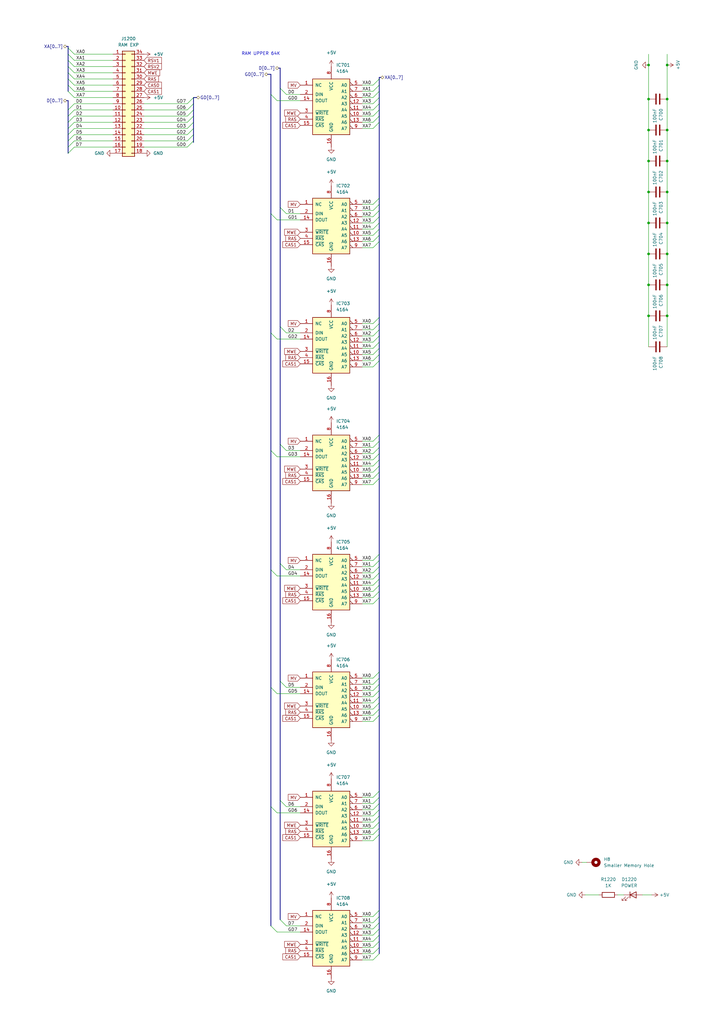
<source format=kicad_sch>
(kicad_sch (version 20211123) (generator eeschema)
  (paper "A3" portrait)
  (lib_symbols
    (symbol "4164_1" (pin_names (offset 1.016))
      (property "Reference" "U" (at -7.62 11.43 0))
      (property "Value" "4164_1" (at -5.08 -13.97 0))
      (symbol "4164_1_1_0"
        (pin bidirectional line (at -12.7 7.62 0) (length 5.08) (name "NC") (number "1"))
        (pin input output_low (at 12.7 -5.08 180) (length 5.08) (name "A5") (number "10"))
        (pin input output_low (at 12.7 -2.54 180) (length 5.08) (name "A4") (number "11"))
        (pin input output_low (at 12.7 0 180) (length 5.08) (name "A3") (number "12"))
        (pin input output_low (at 12.7 -7.62 180) (length 5.08) (name "A6") (number "13"))
        (pin output line (at -12.7 1.27 0) (length 5.08) (name "DOUT") (number "14"))
        (pin input line (at -12.7 -8.89 0) (length 5.08) (name "~{CAS}") (number "15"))
        (pin power_in line (at 0 -17.78 90) (length 5.08) (name "GND") (number "16"))
        (pin input line (at -12.7 3.81 0) (length 5.08) (name "DIN") (number "2"))
        (pin input line (at -12.7 -3.81 0) (length 5.08) (name "~{WRITE}") (number "3"))
        (pin input line (at -12.7 -6.35 0) (length 5.08) (name "~{RAS}") (number "4"))
        (pin input output_low (at 12.7 7.62 180) (length 5.08) (name "A0") (number "5"))
        (pin input output_low (at 12.7 2.54 180) (length 5.08) (name "A2") (number "6"))
        (pin input output_low (at 12.7 5.08 180) (length 5.08) (name "A1") (number "7"))
        (pin power_in line (at 0 15.24 270) (length 5.08) (name "VCC") (number "8"))
        (pin input output_low (at 12.7 -10.16 180) (length 5.08) (name "A7") (number "9"))
      )
    )
    (symbol "4164_2" (pin_names (offset 1.016))
      (property "Reference" "U" (at -7.62 11.43 0))
      (property "Value" "4164_2" (at -5.08 -13.97 0))
      (symbol "4164_2_1_0"
        (pin bidirectional line (at -12.7 7.62 0) (length 5.08) (name "NC") (number "1"))
        (pin input output_low (at 12.7 -5.08 180) (length 5.08) (name "A5") (number "10"))
        (pin input output_low (at 12.7 -2.54 180) (length 5.08) (name "A4") (number "11"))
        (pin input output_low (at 12.7 0 180) (length 5.08) (name "A3") (number "12"))
        (pin input output_low (at 12.7 -7.62 180) (length 5.08) (name "A6") (number "13"))
        (pin output line (at -12.7 1.27 0) (length 5.08) (name "DOUT") (number "14"))
        (pin input line (at -12.7 -8.89 0) (length 5.08) (name "~{CAS}") (number "15"))
        (pin power_in line (at 0 -17.78 90) (length 5.08) (name "GND") (number "16"))
        (pin input line (at -12.7 3.81 0) (length 5.08) (name "DIN") (number "2"))
        (pin input line (at -12.7 -3.81 0) (length 5.08) (name "~{WRITE}") (number "3"))
        (pin input line (at -12.7 -6.35 0) (length 5.08) (name "~{RAS}") (number "4"))
        (pin input output_low (at 12.7 7.62 180) (length 5.08) (name "A0") (number "5"))
        (pin input output_low (at 12.7 2.54 180) (length 5.08) (name "A2") (number "6"))
        (pin input output_low (at 12.7 5.08 180) (length 5.08) (name "A1") (number "7"))
        (pin power_in line (at 0 15.24 270) (length 5.08) (name "VCC") (number "8"))
        (pin input output_low (at 12.7 -10.16 180) (length 5.08) (name "A7") (number "9"))
      )
    )
    (symbol "4164_3" (pin_names (offset 1.016))
      (property "Reference" "U" (at -7.62 11.43 0))
      (property "Value" "4164_3" (at -5.08 -13.97 0))
      (symbol "4164_3_1_0"
        (pin bidirectional line (at -12.7 7.62 0) (length 5.08) (name "NC") (number "1"))
        (pin input output_low (at 12.7 -5.08 180) (length 5.08) (name "A5") (number "10"))
        (pin input output_low (at 12.7 -2.54 180) (length 5.08) (name "A4") (number "11"))
        (pin input output_low (at 12.7 0 180) (length 5.08) (name "A3") (number "12"))
        (pin input output_low (at 12.7 -7.62 180) (length 5.08) (name "A6") (number "13"))
        (pin output line (at -12.7 1.27 0) (length 5.08) (name "DOUT") (number "14"))
        (pin input line (at -12.7 -8.89 0) (length 5.08) (name "~{CAS}") (number "15"))
        (pin power_in line (at 0 -17.78 90) (length 5.08) (name "GND") (number "16"))
        (pin input line (at -12.7 3.81 0) (length 5.08) (name "DIN") (number "2"))
        (pin input line (at -12.7 -3.81 0) (length 5.08) (name "~{WRITE}") (number "3"))
        (pin input line (at -12.7 -6.35 0) (length 5.08) (name "~{RAS}") (number "4"))
        (pin input output_low (at 12.7 7.62 180) (length 5.08) (name "A0") (number "5"))
        (pin input output_low (at 12.7 2.54 180) (length 5.08) (name "A2") (number "6"))
        (pin input output_low (at 12.7 5.08 180) (length 5.08) (name "A1") (number "7"))
        (pin power_in line (at 0 15.24 270) (length 5.08) (name "VCC") (number "8"))
        (pin input output_low (at 12.7 -10.16 180) (length 5.08) (name "A7") (number "9"))
      )
    )
    (symbol "4164_4" (pin_names (offset 1.016))
      (property "Reference" "U" (at -7.62 11.43 0))
      (property "Value" "4164_4" (at -5.08 -13.97 0))
      (symbol "4164_4_1_0"
        (pin bidirectional line (at -12.7 7.62 0) (length 5.08) (name "NC") (number "1"))
        (pin input output_low (at 12.7 -5.08 180) (length 5.08) (name "A5") (number "10"))
        (pin input output_low (at 12.7 -2.54 180) (length 5.08) (name "A4") (number "11"))
        (pin input output_low (at 12.7 0 180) (length 5.08) (name "A3") (number "12"))
        (pin input output_low (at 12.7 -7.62 180) (length 5.08) (name "A6") (number "13"))
        (pin output line (at -12.7 1.27 0) (length 5.08) (name "DOUT") (number "14"))
        (pin input line (at -12.7 -8.89 0) (length 5.08) (name "~{CAS}") (number "15"))
        (pin power_in line (at 0 -17.78 90) (length 5.08) (name "GND") (number "16"))
        (pin input line (at -12.7 3.81 0) (length 5.08) (name "DIN") (number "2"))
        (pin input line (at -12.7 -3.81 0) (length 5.08) (name "~{WRITE}") (number "3"))
        (pin input line (at -12.7 -6.35 0) (length 5.08) (name "~{RAS}") (number "4"))
        (pin input output_low (at 12.7 7.62 180) (length 5.08) (name "A0") (number "5"))
        (pin input output_low (at 12.7 2.54 180) (length 5.08) (name "A2") (number "6"))
        (pin input output_low (at 12.7 5.08 180) (length 5.08) (name "A1") (number "7"))
        (pin power_in line (at 0 15.24 270) (length 5.08) (name "VCC") (number "8"))
        (pin input output_low (at 12.7 -10.16 180) (length 5.08) (name "A7") (number "9"))
      )
    )
    (symbol "4164_5" (pin_names (offset 1.016))
      (property "Reference" "U" (at -7.62 11.43 0))
      (property "Value" "4164_5" (at -5.08 -13.97 0))
      (symbol "4164_5_1_0"
        (pin bidirectional line (at -12.7 7.62 0) (length 5.08) (name "NC") (number "1"))
        (pin input output_low (at 12.7 -5.08 180) (length 5.08) (name "A5") (number "10"))
        (pin input output_low (at 12.7 -2.54 180) (length 5.08) (name "A4") (number "11"))
        (pin input output_low (at 12.7 0 180) (length 5.08) (name "A3") (number "12"))
        (pin input output_low (at 12.7 -7.62 180) (length 5.08) (name "A6") (number "13"))
        (pin output line (at -12.7 1.27 0) (length 5.08) (name "DOUT") (number "14"))
        (pin input line (at -12.7 -8.89 0) (length 5.08) (name "~{CAS}") (number "15"))
        (pin power_in line (at 0 -17.78 90) (length 5.08) (name "GND") (number "16"))
        (pin input line (at -12.7 3.81 0) (length 5.08) (name "DIN") (number "2"))
        (pin input line (at -12.7 -3.81 0) (length 5.08) (name "~{WRITE}") (number "3"))
        (pin input line (at -12.7 -6.35 0) (length 5.08) (name "~{RAS}") (number "4"))
        (pin input output_low (at 12.7 7.62 180) (length 5.08) (name "A0") (number "5"))
        (pin input output_low (at 12.7 2.54 180) (length 5.08) (name "A2") (number "6"))
        (pin input output_low (at 12.7 5.08 180) (length 5.08) (name "A1") (number "7"))
        (pin power_in line (at 0 15.24 270) (length 5.08) (name "VCC") (number "8"))
        (pin input output_low (at 12.7 -10.16 180) (length 5.08) (name "A7") (number "9"))
      )
    )
    (symbol "4164_6" (pin_names (offset 1.016))
      (property "Reference" "U" (at -7.62 11.43 0))
      (property "Value" "4164_6" (at -5.08 -13.97 0))
      (symbol "4164_6_1_0"
        (pin bidirectional line (at -12.7 7.62 0) (length 5.08) (name "NC") (number "1"))
        (pin input output_low (at 12.7 -5.08 180) (length 5.08) (name "A5") (number "10"))
        (pin input output_low (at 12.7 -2.54 180) (length 5.08) (name "A4") (number "11"))
        (pin input output_low (at 12.7 0 180) (length 5.08) (name "A3") (number "12"))
        (pin input output_low (at 12.7 -7.62 180) (length 5.08) (name "A6") (number "13"))
        (pin output line (at -12.7 1.27 0) (length 5.08) (name "DOUT") (number "14"))
        (pin input line (at -12.7 -8.89 0) (length 5.08) (name "~{CAS}") (number "15"))
        (pin power_in line (at 0 -17.78 90) (length 5.08) (name "GND") (number "16"))
        (pin input line (at -12.7 3.81 0) (length 5.08) (name "DIN") (number "2"))
        (pin input line (at -12.7 -3.81 0) (length 5.08) (name "~{WRITE}") (number "3"))
        (pin input line (at -12.7 -6.35 0) (length 5.08) (name "~{RAS}") (number "4"))
        (pin input output_low (at 12.7 7.62 180) (length 5.08) (name "A0") (number "5"))
        (pin input output_low (at 12.7 2.54 180) (length 5.08) (name "A2") (number "6"))
        (pin input output_low (at 12.7 5.08 180) (length 5.08) (name "A1") (number "7"))
        (pin power_in line (at 0 15.24 270) (length 5.08) (name "VCC") (number "8"))
        (pin input output_low (at 12.7 -10.16 180) (length 5.08) (name "A7") (number "9"))
      )
    )
    (symbol "4164_7" (pin_names (offset 1.016))
      (property "Reference" "U" (at -7.62 11.43 0))
      (property "Value" "4164_7" (at -5.08 -13.97 0))
      (symbol "4164_7_1_0"
        (pin bidirectional line (at -12.7 7.62 0) (length 5.08) (name "NC") (number "1"))
        (pin input output_low (at 12.7 -5.08 180) (length 5.08) (name "A5") (number "10"))
        (pin input output_low (at 12.7 -2.54 180) (length 5.08) (name "A4") (number "11"))
        (pin input output_low (at 12.7 0 180) (length 5.08) (name "A3") (number "12"))
        (pin input output_low (at 12.7 -7.62 180) (length 5.08) (name "A6") (number "13"))
        (pin output line (at -12.7 1.27 0) (length 5.08) (name "DOUT") (number "14"))
        (pin input line (at -12.7 -8.89 0) (length 5.08) (name "~{CAS}") (number "15"))
        (pin power_in line (at 0 -17.78 90) (length 5.08) (name "GND") (number "16"))
        (pin input line (at -12.7 3.81 0) (length 5.08) (name "DIN") (number "2"))
        (pin input line (at -12.7 -3.81 0) (length 5.08) (name "~{WRITE}") (number "3"))
        (pin input line (at -12.7 -6.35 0) (length 5.08) (name "~{RAS}") (number "4"))
        (pin input output_low (at 12.7 7.62 180) (length 5.08) (name "A0") (number "5"))
        (pin input output_low (at 12.7 2.54 180) (length 5.08) (name "A2") (number "6"))
        (pin input output_low (at 12.7 5.08 180) (length 5.08) (name "A1") (number "7"))
        (pin power_in line (at 0 15.24 270) (length 5.08) (name "VCC") (number "8"))
        (pin input output_low (at 12.7 -10.16 180) (length 5.08) (name "A7") (number "9"))
      )
    )
    (symbol "Amstrad:4164" (pin_names (offset 1.016))
      (property "Reference" "U" (at -7.62 11.43 0))
      (property "Value" "4164" (at -5.08 -13.97 0))
      (symbol "4164_1_0"
        (pin bidirectional line (at -12.7 7.62 0) (length 5.08) (name "NC") (number "1"))
        (pin input output_low (at 12.7 -5.08 180) (length 5.08) (name "A5") (number "10"))
        (pin input output_low (at 12.7 -2.54 180) (length 5.08) (name "A4") (number "11"))
        (pin input output_low (at 12.7 0 180) (length 5.08) (name "A3") (number "12"))
        (pin input output_low (at 12.7 -7.62 180) (length 5.08) (name "A6") (number "13"))
        (pin output line (at -12.7 1.27 0) (length 5.08) (name "DOUT") (number "14"))
        (pin input line (at -12.7 -8.89 0) (length 5.08) (name "~{CAS}") (number "15"))
        (pin power_in line (at 0 -17.78 90) (length 5.08) (name "GND") (number "16"))
        (pin input line (at -12.7 3.81 0) (length 5.08) (name "DIN") (number "2"))
        (pin input line (at -12.7 -3.81 0) (length 5.08) (name "~{WRITE}") (number "3"))
        (pin input line (at -12.7 -6.35 0) (length 5.08) (name "~{RAS}") (number "4"))
        (pin input output_low (at 12.7 7.62 180) (length 5.08) (name "A0") (number "5"))
        (pin input output_low (at 12.7 2.54 180) (length 5.08) (name "A2") (number "6"))
        (pin input output_low (at 12.7 5.08 180) (length 5.08) (name "A1") (number "7"))
        (pin power_in line (at 0 15.24 270) (length 5.08) (name "VCC") (number "8"))
        (pin input output_low (at 12.7 -10.16 180) (length 5.08) (name "A7") (number "9"))
      )
    )
    (symbol "Connector_Generic:Conn_02x17_Counter_Clockwise" (pin_names (offset 1.016) hide)
      (property "Reference" "J" (at 1.27 22.86 0))
      (property "Value" "Conn_02x17_Counter_Clockwise" (at 1.27 -22.86 0))
      (symbol "Conn_02x17_Counter_Clockwise_1_1"
        (pin passive line (at -5.08 20.32 0) (length 3.81) (name "Pin_1") (number "1"))
        (pin passive line (at -5.08 -2.54 0) (length 3.81) (name "Pin_10") (number "10"))
        (pin passive line (at -5.08 -5.08 0) (length 3.81) (name "Pin_11") (number "11"))
        (pin passive line (at -5.08 -7.62 0) (length 3.81) (name "Pin_12") (number "12"))
        (pin passive line (at -5.08 -10.16 0) (length 3.81) (name "Pin_13") (number "13"))
        (pin passive line (at -5.08 -12.7 0) (length 3.81) (name "Pin_14") (number "14"))
        (pin passive line (at -5.08 -15.24 0) (length 3.81) (name "Pin_15") (number "15"))
        (pin passive line (at -5.08 -17.78 0) (length 3.81) (name "Pin_16") (number "16"))
        (pin passive line (at -5.08 -20.32 0) (length 3.81) (name "Pin_17") (number "17"))
        (pin passive line (at 7.62 -20.32 180) (length 3.81) (name "Pin_18") (number "18"))
        (pin passive line (at 7.62 -17.78 180) (length 3.81) (name "Pin_19") (number "19"))
        (pin passive line (at -5.08 17.78 0) (length 3.81) (name "Pin_2") (number "2"))
        (pin passive line (at 7.62 -15.24 180) (length 3.81) (name "Pin_20") (number "20"))
        (pin passive line (at 7.62 -12.7 180) (length 3.81) (name "Pin_21") (number "21"))
        (pin passive line (at 7.62 -10.16 180) (length 3.81) (name "Pin_22") (number "22"))
        (pin passive line (at 7.62 -7.62 180) (length 3.81) (name "Pin_23") (number "23"))
        (pin passive line (at 7.62 -5.08 180) (length 3.81) (name "Pin_24") (number "24"))
        (pin passive line (at 7.62 -2.54 180) (length 3.81) (name "Pin_25") (number "25"))
        (pin passive line (at 7.62 0 180) (length 3.81) (name "Pin_26") (number "26"))
        (pin passive line (at 7.62 2.54 180) (length 3.81) (name "Pin_27") (number "27"))
        (pin passive line (at 7.62 5.08 180) (length 3.81) (name "Pin_28") (number "28"))
        (pin passive line (at 7.62 7.62 180) (length 3.81) (name "Pin_29") (number "29"))
        (pin passive line (at -5.08 15.24 0) (length 3.81) (name "Pin_3") (number "3"))
        (pin passive line (at 7.62 10.16 180) (length 3.81) (name "Pin_30") (number "30"))
        (pin passive line (at 7.62 12.7 180) (length 3.81) (name "Pin_31") (number "31"))
        (pin passive line (at 7.62 15.24 180) (length 3.81) (name "Pin_32") (number "32"))
        (pin passive line (at 7.62 17.78 180) (length 3.81) (name "Pin_33") (number "33"))
        (pin passive line (at 7.62 20.32 180) (length 3.81) (name "Pin_34") (number "34"))
        (pin passive line (at -5.08 12.7 0) (length 3.81) (name "Pin_4") (number "4"))
        (pin passive line (at -5.08 10.16 0) (length 3.81) (name "Pin_5") (number "5"))
        (pin passive line (at -5.08 7.62 0) (length 3.81) (name "Pin_6") (number "6"))
        (pin passive line (at -5.08 5.08 0) (length 3.81) (name "Pin_7") (number "7"))
        (pin passive line (at -5.08 2.54 0) (length 3.81) (name "Pin_8") (number "8"))
        (pin passive line (at -5.08 0 0) (length 3.81) (name "Pin_9") (number "9"))
      )
    )
    (symbol "Device:C" (pin_numbers hide) (pin_names (offset 0.254))
      (property "Reference" "C" (at 0.635 2.54 0))
      (property "Value" "C" (at 0.635 -2.54 0))
      (symbol "C_1_1"
        (pin passive line (at 0 3.81 270) (length 2.794) (name "~") (number "1"))
        (pin passive line (at 0 -3.81 90) (length 2.794) (name "~") (number "2"))
      )
    )
    (symbol "Device:LED" (pin_numbers hide) (pin_names (offset 1.016) hide)
      (property "Reference" "D" (at 0 2.54 0))
      (property "Value" "LED" (at 0 -2.54 0))
      (symbol "LED_1_1"
        (pin passive line (at -3.81 0 0) (length 2.54) (name "K") (number "1"))
        (pin passive line (at 3.81 0 180) (length 2.54) (name "A") (number "2"))
      )
    )
    (symbol "Device:R" (pin_numbers hide) (pin_names (offset 0))
      (property "Reference" "R" (at 2.032 0 90))
      (property "Value" "R" (at 0 0 90))
      (symbol "R_1_1"
        (pin passive line (at 0 3.81 270) (length 1.27) (name "~") (number "1"))
        (pin passive line (at 0 -3.81 90) (length 1.27) (name "~") (number "2"))
      )
    )
    (symbol "Mechanical:MountingHole_Pad" (pin_numbers hide) (pin_names (offset 1.016) hide)
      (property "Reference" "H" (at 0 6.35 0))
      (property "Value" "MountingHole_Pad" (at 0 4.445 0))
      (symbol "MountingHole_Pad_1_1"
        (pin input line (at 0 -2.54 90) (length 2.54) (name "1") (number "1"))
      )
    )
    (symbol "power:+5V" (power) (pin_names (offset 0))
      (property "Value" "+5V" (at 0 3.556 0))
      (symbol "+5V_1_1"
        (pin power_in line (at 0 0 90) (length 0) hide (name "+5V") (number "1"))
      )
    )
    (symbol "power:GND" (power) (pin_names (offset 0))
      (property "Value" "GND" (at 0 -3.81 0))
      (symbol "GND_1_1"
        (pin power_in line (at 0 0 270) (length 0) hide (name "GND") (number "1"))
      )
    )
  )
  (junction (at 266.065 116.84))
  (junction (at 266.065 53.34))
  (junction (at 266.065 91.44))
  (junction (at 273.685 40.64))
  (junction (at 266.065 129.54))
  (junction (at 266.065 78.74))
  (junction (at 273.685 129.54))
  (junction (at 273.685 26.67))
  (junction (at 266.065 26.67))
  (junction (at 266.065 40.64))
  (junction (at 266.065 66.04))
  (junction (at 273.685 91.44))
  (junction (at 273.685 116.84))
  (junction (at 273.685 66.04))
  (junction (at 266.065 104.14))
  (junction (at 273.685 78.74))
  (junction (at 273.685 104.14))
  (junction (at 273.685 53.34))
  (bus_entry (at 111.125 38.735) (size 2.54 2.54))
  (bus_entry (at 76.835 55.245) (size 2.54 -2.54))
  (bus_entry (at 153.035 86.36) (size 2.54 -2.54))
  (bus_entry (at 153.035 393.7) (size 2.54 -2.54))
  (bus_entry (at 30.48 22.225) (size -2.54 -2.54))
  (bus_entry (at 27.94 60.325) (size 2.54 -2.54))
  (bus_entry (at 111.125 379.73) (size 2.54 2.54))
  (bus_entry (at 27.94 55.245) (size 2.54 -2.54))
  (bus_entry (at 153.035 83.82) (size 2.54 -2.54))
  (bus_entry (at 153.035 337.185) (size 2.54 -2.54))
  (bus_entry (at 153.035 290.83) (size 2.54 -2.54))
  (bus_entry (at 30.48 40.005) (size -2.54 -2.54))
  (bus_entry (at 153.035 101.6) (size 2.54 -2.54))
  (bus_entry (at 30.48 29.845) (size -2.54 -2.54))
  (bus_entry (at 27.94 52.705) (size 2.54 -2.54))
  (bus_entry (at 30.48 37.465) (size -2.54 -2.54))
  (bus_entry (at 153.035 193.675) (size 2.54 -2.54))
  (bus_entry (at 153.035 386.08) (size 2.54 -2.54))
  (bus_entry (at 153.035 96.52) (size 2.54 -2.54))
  (bus_entry (at 114.935 231.14) (size 2.54 2.54))
  (bus_entry (at 111.125 233.68) (size 2.54 2.54))
  (bus_entry (at 153.035 142.875) (size 2.54 -2.54))
  (bus_entry (at 114.935 328.295) (size 2.54 2.54))
  (bus_entry (at 153.035 334.645) (size 2.54 -2.54))
  (bus_entry (at 153.035 50.165) (size 2.54 -2.54))
  (bus_entry (at 153.035 283.21) (size 2.54 -2.54))
  (bus_entry (at 27.94 50.165) (size 2.54 -2.54))
  (bus_entry (at 153.035 234.95) (size 2.54 -2.54))
  (bus_entry (at 153.035 375.92) (size 2.54 -2.54))
  (bus_entry (at 27.94 57.785) (size 2.54 -2.54))
  (bus_entry (at 153.035 278.13) (size 2.54 -2.54))
  (bus_entry (at 153.035 196.215) (size 2.54 -2.54))
  (bus_entry (at 153.035 344.805) (size 2.54 -2.54))
  (bus_entry (at 153.035 237.49) (size 2.54 -2.54))
  (bus_entry (at 153.035 99.06) (size 2.54 -2.54))
  (bus_entry (at 153.035 52.705) (size 2.54 -2.54))
  (bus_entry (at 153.035 388.62) (size 2.54 -2.54))
  (bus_entry (at 111.125 330.835) (size 2.54 2.54))
  (bus_entry (at 114.935 85.09) (size 2.54 2.54))
  (bus_entry (at 153.035 229.87) (size 2.54 -2.54))
  (bus_entry (at 27.94 47.625) (size 2.54 -2.54))
  (bus_entry (at 76.835 60.325) (size 2.54 -2.54))
  (bus_entry (at 153.035 339.725) (size 2.54 -2.54))
  (bus_entry (at 111.125 136.525) (size 2.54 2.54))
  (bus_entry (at 114.935 182.245) (size 2.54 2.54))
  (bus_entry (at 153.035 383.54) (size 2.54 -2.54))
  (bus_entry (at 153.035 280.67) (size 2.54 -2.54))
  (bus_entry (at 153.035 91.44) (size 2.54 -2.54))
  (bus_entry (at 153.035 137.795) (size 2.54 -2.54))
  (bus_entry (at 76.835 52.705) (size 2.54 -2.54))
  (bus_entry (at 153.035 180.975) (size 2.54 -2.54))
  (bus_entry (at 76.835 42.545) (size 2.54 -2.54))
  (bus_entry (at 153.035 132.715) (size 2.54 -2.54))
  (bus_entry (at 153.035 191.135) (size 2.54 -2.54))
  (bus_entry (at 153.035 391.16) (size 2.54 -2.54))
  (bus_entry (at 76.835 47.625) (size 2.54 -2.54))
  (bus_entry (at 153.035 378.46) (size 2.54 -2.54))
  (bus_entry (at 153.035 45.085) (size 2.54 -2.54))
  (bus_entry (at 153.035 329.565) (size 2.54 -2.54))
  (bus_entry (at 153.035 245.11) (size 2.54 -2.54))
  (bus_entry (at 153.035 327.025) (size 2.54 -2.54))
  (bus_entry (at 153.035 247.65) (size 2.54 -2.54))
  (bus_entry (at 153.035 198.755) (size 2.54 -2.54))
  (bus_entry (at 30.48 27.305) (size -2.54 -2.54))
  (bus_entry (at 153.035 285.75) (size 2.54 -2.54))
  (bus_entry (at 153.035 342.265) (size 2.54 -2.54))
  (bus_entry (at 153.035 88.9) (size 2.54 -2.54))
  (bus_entry (at 111.125 281.94) (size 2.54 2.54))
  (bus_entry (at 153.035 332.105) (size 2.54 -2.54))
  (bus_entry (at 153.035 293.37) (size 2.54 -2.54))
  (bus_entry (at 114.935 36.195) (size 2.54 2.54))
  (bus_entry (at 27.94 62.865) (size 2.54 -2.54))
  (bus_entry (at 30.48 24.765) (size -2.54 -2.54))
  (bus_entry (at 153.035 242.57) (size 2.54 -2.54))
  (bus_entry (at 153.035 145.415) (size 2.54 -2.54))
  (bus_entry (at 30.48 34.925) (size -2.54 -2.54))
  (bus_entry (at 153.035 288.29) (size 2.54 -2.54))
  (bus_entry (at 114.935 377.19) (size 2.54 2.54))
  (bus_entry (at 153.035 381) (size 2.54 -2.54))
  (bus_entry (at 30.48 32.385) (size -2.54 -2.54))
  (bus_entry (at 153.035 147.955) (size 2.54 -2.54))
  (bus_entry (at 153.035 93.98) (size 2.54 -2.54))
  (bus_entry (at 111.125 87.63) (size 2.54 2.54))
  (bus_entry (at 76.835 45.085) (size 2.54 -2.54))
  (bus_entry (at 76.835 57.785) (size 2.54 -2.54))
  (bus_entry (at 153.035 240.03) (size 2.54 -2.54))
  (bus_entry (at 76.835 50.165) (size 2.54 -2.54))
  (bus_entry (at 153.035 34.925) (size 2.54 -2.54))
  (bus_entry (at 153.035 232.41) (size 2.54 -2.54))
  (bus_entry (at 114.935 279.4) (size 2.54 2.54))
  (bus_entry (at 27.94 45.085) (size 2.54 -2.54))
  (bus_entry (at 153.035 42.545) (size 2.54 -2.54))
  (bus_entry (at 153.035 183.515) (size 2.54 -2.54))
  (bus_entry (at 153.035 47.625) (size 2.54 -2.54))
  (bus_entry (at 153.035 295.91) (size 2.54 -2.54))
  (bus_entry (at 114.935 133.985) (size 2.54 2.54))
  (bus_entry (at 111.125 184.785) (size 2.54 2.54))
  (bus_entry (at 153.035 186.055) (size 2.54 -2.54))
  (bus_entry (at 153.035 135.255) (size 2.54 -2.54))
  (bus_entry (at 153.035 37.465) (size 2.54 -2.54))
  (bus_entry (at 153.035 40.005) (size 2.54 -2.54))
  (bus_entry (at 153.035 150.495) (size 2.54 -2.54))
  (bus_entry (at 153.035 188.595) (size 2.54 -2.54))
  (bus_entry (at 153.035 140.335) (size 2.54 -2.54))
  (wire (pts (xy 113.665 382.27) (xy 123.19 382.27)))
  (bus (pts (xy 79.375 45.085) (xy 79.375 47.625)))
  (bus (pts (xy 155.575 240.03) (xy 155.575 242.57)))
  (bus (pts (xy 155.575 191.135) (xy 155.575 193.675)))
  (wire (pts (xy 30.48 32.385) (xy 46.355 32.385)))
  (bus (pts (xy 155.575 147.955) (xy 155.575 178.435)))
  (wire (pts (xy 266.065 26.67) (xy 266.065 40.64)))
  (wire (pts (xy 148.59 191.135) (xy 153.035 191.135)))
  (bus (pts (xy 155.575 40.005) (xy 155.575 42.545)))
  (wire (pts (xy 59.055 60.325) (xy 76.835 60.325)))
  (wire (pts (xy 148.59 329.565) (xy 153.035 329.565)))
  (wire (pts (xy 30.48 40.005) (xy 46.355 40.005)))
  (bus (pts (xy 155.575 373.38) (xy 155.575 375.92)))
  (wire (pts (xy 113.665 139.065) (xy 123.19 139.065)))
  (wire (pts (xy 148.59 196.215) (xy 153.035 196.215)))
  (wire (pts (xy 148.59 332.105) (xy 153.035 332.105)))
  (bus (pts (xy 155.575 188.595) (xy 155.575 191.135)))
  (wire (pts (xy 30.48 29.845) (xy 46.355 29.845)))
  (wire (pts (xy 148.59 37.465) (xy 153.035 37.465)))
  (wire (pts (xy 273.685 104.14) (xy 273.685 116.84)))
  (bus (pts (xy 155.575 285.75) (xy 155.575 288.29)))
  (bus (pts (xy 155.575 180.975) (xy 155.575 183.515)))
  (bus (pts (xy 155.575 93.98) (xy 155.575 96.52)))
  (wire (pts (xy 30.48 60.325) (xy 46.355 60.325)))
  (wire (pts (xy 148.59 237.49) (xy 153.035 237.49)))
  (wire (pts (xy 267.335 367.03) (xy 263.525 367.03)))
  (wire (pts (xy 148.59 295.91) (xy 153.035 295.91)))
  (bus (pts (xy 155.575 178.435) (xy 155.575 180.975)))
  (bus (pts (xy 79.375 42.545) (xy 79.375 45.085)))
  (bus (pts (xy 79.375 52.705) (xy 79.375 55.245)))
  (wire (pts (xy 148.59 334.645) (xy 153.035 334.645)))
  (wire (pts (xy 148.59 132.715) (xy 153.035 132.715)))
  (wire (pts (xy 30.48 34.925) (xy 46.355 34.925)))
  (wire (pts (xy 30.48 37.465) (xy 46.355 37.465)))
  (bus (pts (xy 27.94 19.685) (xy 27.94 22.225)))
  (wire (pts (xy 117.475 379.73) (xy 123.19 379.73)))
  (wire (pts (xy 113.665 236.22) (xy 123.19 236.22)))
  (wire (pts (xy 148.59 240.03) (xy 153.035 240.03)))
  (bus (pts (xy 155.575 196.215) (xy 155.575 227.33)))
  (wire (pts (xy 30.48 52.705) (xy 46.355 52.705)))
  (wire (pts (xy 30.48 47.625) (xy 46.355 47.625)))
  (bus (pts (xy 114.935 36.195) (xy 114.935 85.09)))
  (bus (pts (xy 155.575 186.055) (xy 155.575 188.595)))
  (wire (pts (xy 30.48 24.765) (xy 46.355 24.765)))
  (bus (pts (xy 155.575 83.82) (xy 155.575 86.36)))
  (wire (pts (xy 273.685 91.44) (xy 273.685 104.14)))
  (wire (pts (xy 148.59 88.9) (xy 153.035 88.9)))
  (wire (pts (xy 148.59 137.795) (xy 153.035 137.795)))
  (wire (pts (xy 273.685 78.74) (xy 273.685 91.44)))
  (wire (pts (xy 117.475 136.525) (xy 123.19 136.525)))
  (bus (pts (xy 155.575 45.085) (xy 155.575 47.625)))
  (bus (pts (xy 79.375 40.005) (xy 79.375 42.545)))
  (wire (pts (xy 148.59 145.415) (xy 153.035 145.415)))
  (bus (pts (xy 80.645 40.005) (xy 79.375 40.005)))
  (bus (pts (xy 155.575 290.83) (xy 155.575 293.37)))
  (bus (pts (xy 156.21 31.75) (xy 155.575 31.75)))
  (wire (pts (xy 148.59 247.65) (xy 153.035 247.65)))
  (wire (pts (xy 30.48 42.545) (xy 46.355 42.545)))
  (bus (pts (xy 79.375 57.785) (xy 79.375 58.42)))
  (bus (pts (xy 79.375 55.245) (xy 79.375 57.785)))
  (bus (pts (xy 27.305 19.05) (xy 27.94 19.05)))
  (wire (pts (xy 59.055 42.545) (xy 76.835 42.545)))
  (wire (pts (xy 113.665 333.375) (xy 123.19 333.375)))
  (wire (pts (xy 117.475 281.94) (xy 123.19 281.94)))
  (wire (pts (xy 148.59 101.6) (xy 153.035 101.6)))
  (bus (pts (xy 155.575 288.29) (xy 155.575 290.83)))
  (bus (pts (xy 114.935 182.245) (xy 114.935 231.14)))
  (wire (pts (xy 148.59 198.755) (xy 153.035 198.755)))
  (bus (pts (xy 27.94 19.05) (xy 27.94 19.685)))
  (wire (pts (xy 148.59 393.7) (xy 153.035 393.7)))
  (wire (pts (xy 148.59 342.265) (xy 153.035 342.265)))
  (bus (pts (xy 155.575 227.33) (xy 155.575 229.87)))
  (wire (pts (xy 59.055 47.625) (xy 76.835 47.625)))
  (wire (pts (xy 117.475 233.68) (xy 123.19 233.68)))
  (bus (pts (xy 114.935 27.94) (xy 114.935 36.195)))
  (wire (pts (xy 266.065 104.14) (xy 266.065 116.84)))
  (bus (pts (xy 27.94 60.325) (xy 27.94 62.865)))
  (bus (pts (xy 155.575 234.95) (xy 155.575 237.49)))
  (wire (pts (xy 148.59 383.54) (xy 153.035 383.54)))
  (bus (pts (xy 79.375 50.165) (xy 79.375 52.705)))
  (wire (pts (xy 148.59 93.98) (xy 153.035 93.98)))
  (bus (pts (xy 155.575 132.715) (xy 155.575 135.255)))
  (wire (pts (xy 148.59 388.62) (xy 153.035 388.62)))
  (wire (pts (xy 117.475 87.63) (xy 123.19 87.63)))
  (wire (pts (xy 148.59 135.255) (xy 153.035 135.255)))
  (bus (pts (xy 111.125 281.94) (xy 111.125 330.835)))
  (bus (pts (xy 27.94 22.225) (xy 27.94 24.765)))
  (bus (pts (xy 155.575 42.545) (xy 155.575 45.085)))
  (wire (pts (xy 148.59 186.055) (xy 153.035 186.055)))
  (bus (pts (xy 155.575 237.49) (xy 155.575 240.03)))
  (wire (pts (xy 113.665 41.275) (xy 123.19 41.275)))
  (wire (pts (xy 148.59 391.16) (xy 153.035 391.16)))
  (wire (pts (xy 273.685 53.34) (xy 273.685 66.04)))
  (wire (pts (xy 273.685 116.84) (xy 273.685 129.54)))
  (bus (pts (xy 155.575 337.185) (xy 155.575 339.725)))
  (wire (pts (xy 117.475 330.835) (xy 123.19 330.835)))
  (wire (pts (xy 148.59 147.955) (xy 153.035 147.955)))
  (bus (pts (xy 155.575 91.44) (xy 155.575 93.98)))
  (bus (pts (xy 155.575 339.725) (xy 155.575 342.265)))
  (wire (pts (xy 59.055 52.705) (xy 76.835 52.705)))
  (bus (pts (xy 111.125 30.48) (xy 111.125 38.735)))
  (wire (pts (xy 266.065 66.04) (xy 266.065 78.74)))
  (wire (pts (xy 148.59 337.185) (xy 153.035 337.185)))
  (wire (pts (xy 148.59 83.82) (xy 153.035 83.82)))
  (bus (pts (xy 114.935 279.4) (xy 114.935 328.295)))
  (bus (pts (xy 155.575 130.175) (xy 155.575 132.715)))
  (wire (pts (xy 273.685 26.67) (xy 273.685 40.64)))
  (wire (pts (xy 148.59 188.595) (xy 153.035 188.595)))
  (wire (pts (xy 273.685 22.225) (xy 273.685 26.67)))
  (wire (pts (xy 148.59 99.06) (xy 153.035 99.06)))
  (bus (pts (xy 155.575 381) (xy 155.575 383.54)))
  (bus (pts (xy 155.575 334.645) (xy 155.575 337.185)))
  (wire (pts (xy 59.055 45.085) (xy 76.835 45.085)))
  (wire (pts (xy 30.48 27.305) (xy 46.355 27.305)))
  (wire (pts (xy 148.59 142.875) (xy 153.035 142.875)))
  (wire (pts (xy 240.03 367.03) (xy 245.745 367.03)))
  (wire (pts (xy 148.59 50.165) (xy 153.035 50.165)))
  (wire (pts (xy 30.48 45.085) (xy 46.355 45.085)))
  (bus (pts (xy 155.575 245.11) (xy 155.575 275.59)))
  (bus (pts (xy 155.575 293.37) (xy 155.575 324.485)))
  (wire (pts (xy 148.59 183.515) (xy 153.035 183.515)))
  (wire (pts (xy 148.59 47.625) (xy 153.035 47.625)))
  (bus (pts (xy 155.575 142.875) (xy 155.575 145.415)))
  (bus (pts (xy 27.94 57.785) (xy 27.94 60.325)))
  (wire (pts (xy 148.59 283.21) (xy 153.035 283.21)))
  (bus (pts (xy 155.575 388.62) (xy 155.575 391.16)))
  (bus (pts (xy 114.935 85.09) (xy 114.935 133.985)))
  (bus (pts (xy 155.575 386.08) (xy 155.575 388.62)))
  (bus (pts (xy 114.3 27.94) (xy 114.935 27.94)))
  (bus (pts (xy 155.575 242.57) (xy 155.575 245.11)))
  (wire (pts (xy 266.065 53.34) (xy 266.065 66.04)))
  (wire (pts (xy 148.59 91.44) (xy 153.035 91.44)))
  (bus (pts (xy 155.575 332.105) (xy 155.575 334.645)))
  (bus (pts (xy 155.575 375.92) (xy 155.575 378.46)))
  (bus (pts (xy 155.575 37.465) (xy 155.575 40.005)))
  (bus (pts (xy 27.94 27.305) (xy 27.94 29.845)))
  (wire (pts (xy 30.48 57.785) (xy 46.355 57.785)))
  (wire (pts (xy 148.59 280.67) (xy 153.035 280.67)))
  (wire (pts (xy 266.065 116.84) (xy 266.065 129.54)))
  (bus (pts (xy 111.125 136.525) (xy 111.125 184.785)))
  (bus (pts (xy 27.305 41.275) (xy 27.94 41.275)))
  (wire (pts (xy 273.685 40.64) (xy 273.685 53.34)))
  (bus (pts (xy 27.94 34.925) (xy 27.94 37.465)))
  (bus (pts (xy 155.575 275.59) (xy 155.575 278.13)))
  (wire (pts (xy 148.59 34.925) (xy 153.035 34.925)))
  (wire (pts (xy 148.59 242.57) (xy 153.035 242.57)))
  (wire (pts (xy 148.59 180.975) (xy 153.035 180.975)))
  (wire (pts (xy 266.065 40.64) (xy 266.065 53.34)))
  (wire (pts (xy 117.475 184.785) (xy 123.19 184.785)))
  (wire (pts (xy 148.59 96.52) (xy 153.035 96.52)))
  (bus (pts (xy 111.125 184.785) (xy 111.125 233.68)))
  (wire (pts (xy 148.59 344.805) (xy 153.035 344.805)))
  (bus (pts (xy 155.575 137.795) (xy 155.575 140.335)))
  (wire (pts (xy 148.59 285.75) (xy 153.035 285.75)))
  (wire (pts (xy 117.475 38.735) (xy 123.19 38.735)))
  (bus (pts (xy 155.575 378.46) (xy 155.575 381)))
  (bus (pts (xy 155.575 327.025) (xy 155.575 329.565)))
  (wire (pts (xy 148.59 42.545) (xy 153.035 42.545)))
  (bus (pts (xy 109.855 30.48) (xy 111.125 30.48)))
  (wire (pts (xy 148.59 52.705) (xy 153.035 52.705)))
  (wire (pts (xy 59.055 55.245) (xy 76.835 55.245)))
  (wire (pts (xy 148.59 375.92) (xy 153.035 375.92)))
  (bus (pts (xy 27.94 50.165) (xy 27.94 52.705)))
  (bus (pts (xy 155.575 86.36) (xy 155.575 88.9)))
  (bus (pts (xy 155.575 342.265) (xy 155.575 373.38)))
  (wire (pts (xy 113.665 90.17) (xy 123.19 90.17)))
  (wire (pts (xy 238.76 353.695) (xy 240.665 353.695)))
  (bus (pts (xy 114.935 133.985) (xy 114.935 182.245)))
  (wire (pts (xy 30.48 50.165) (xy 46.355 50.165)))
  (wire (pts (xy 148.59 386.08) (xy 153.035 386.08)))
  (bus (pts (xy 27.94 41.275) (xy 27.94 45.085)))
  (bus (pts (xy 27.94 45.085) (xy 27.94 47.625)))
  (wire (pts (xy 148.59 290.83) (xy 153.035 290.83)))
  (bus (pts (xy 27.94 24.765) (xy 27.94 27.305)))
  (wire (pts (xy 148.59 381) (xy 153.035 381)))
  (bus (pts (xy 155.575 96.52) (xy 155.575 99.06)))
  (bus (pts (xy 155.575 280.67) (xy 155.575 283.21)))
  (wire (pts (xy 148.59 339.725) (xy 153.035 339.725)))
  (bus (pts (xy 155.575 50.165) (xy 155.575 81.28)))
  (wire (pts (xy 113.665 284.48) (xy 123.19 284.48)))
  (bus (pts (xy 155.575 145.415) (xy 155.575 147.955)))
  (bus (pts (xy 111.125 87.63) (xy 111.125 136.525)))
  (wire (pts (xy 266.065 129.54) (xy 266.065 142.24)))
  (wire (pts (xy 59.055 50.165) (xy 76.835 50.165)))
  (bus (pts (xy 155.575 47.625) (xy 155.575 50.165)))
  (wire (pts (xy 148.59 327.025) (xy 153.035 327.025)))
  (wire (pts (xy 148.59 245.11) (xy 153.035 245.11)))
  (wire (pts (xy 148.59 293.37) (xy 153.035 293.37)))
  (bus (pts (xy 27.94 29.845) (xy 27.94 32.385)))
  (wire (pts (xy 30.48 55.245) (xy 46.355 55.245)))
  (bus (pts (xy 114.935 231.14) (xy 114.935 279.4)))
  (bus (pts (xy 155.575 329.565) (xy 155.575 332.105)))
  (bus (pts (xy 27.94 32.385) (xy 27.94 34.925)))
  (wire (pts (xy 148.59 378.46) (xy 153.035 378.46)))
  (bus (pts (xy 155.575 278.13) (xy 155.575 280.67)))
  (bus (pts (xy 155.575 34.925) (xy 155.575 37.465)))
  (bus (pts (xy 155.575 229.87) (xy 155.575 232.41)))
  (wire (pts (xy 273.685 129.54) (xy 273.685 142.24)))
  (wire (pts (xy 148.59 193.675) (xy 153.035 193.675)))
  (bus (pts (xy 155.575 31.75) (xy 155.575 32.385)))
  (bus (pts (xy 155.575 32.385) (xy 155.575 34.925)))
  (bus (pts (xy 111.125 233.68) (xy 111.125 281.94)))
  (wire (pts (xy 148.59 288.29) (xy 153.035 288.29)))
  (bus (pts (xy 27.94 47.625) (xy 27.94 50.165)))
  (bus (pts (xy 114.935 328.295) (xy 114.935 377.19)))
  (bus (pts (xy 155.575 183.515) (xy 155.575 186.055)))
  (wire (pts (xy 148.59 150.495) (xy 153.035 150.495)))
  (bus (pts (xy 155.575 324.485) (xy 155.575 327.025)))
  (wire (pts (xy 59.055 57.785) (xy 76.835 57.785)))
  (wire (pts (xy 113.665 187.325) (xy 123.19 187.325)))
  (bus (pts (xy 155.575 283.21) (xy 155.575 285.75)))
  (bus (pts (xy 155.575 193.675) (xy 155.575 196.215)))
  (wire (pts (xy 148.59 86.36) (xy 153.035 86.36)))
  (bus (pts (xy 27.94 52.705) (xy 27.94 55.245)))
  (wire (pts (xy 148.59 234.95) (xy 153.035 234.95)))
  (wire (pts (xy 266.065 22.225) (xy 266.065 26.67)))
  (bus (pts (xy 111.125 38.735) (xy 111.125 87.63)))
  (bus (pts (xy 155.575 88.9) (xy 155.575 91.44)))
  (bus (pts (xy 155.575 81.28) (xy 155.575 83.82)))
  (wire (pts (xy 148.59 232.41) (xy 153.035 232.41)))
  (bus (pts (xy 27.94 55.245) (xy 27.94 57.785)))
  (wire (pts (xy 148.59 45.085) (xy 153.035 45.085)))
  (bus (pts (xy 155.575 135.255) (xy 155.575 137.795)))
  (bus (pts (xy 155.575 99.06) (xy 155.575 130.175)))
  (wire (pts (xy 266.065 78.74) (xy 266.065 91.44)))
  (wire (pts (xy 273.685 66.04) (xy 273.685 78.74)))
  (bus (pts (xy 155.575 232.41) (xy 155.575 234.95)))
  (wire (pts (xy 266.065 91.44) (xy 266.065 104.14)))
  (wire (pts (xy 148.59 229.87) (xy 153.035 229.87)))
  (wire (pts (xy 148.59 40.005) (xy 153.035 40.005)))
  (wire (pts (xy 255.905 367.03) (xy 253.365 367.03)))
  (bus (pts (xy 155.575 383.54) (xy 155.575 386.08)))
  (bus (pts (xy 111.125 330.835) (xy 111.125 379.73)))
  (wire (pts (xy 148.59 278.13) (xy 153.035 278.13)))
  (wire (pts (xy 30.48 22.225) (xy 46.355 22.225)))
  (bus (pts (xy 155.575 140.335) (xy 155.575 142.875)))
  (wire (pts (xy 148.59 140.335) (xy 153.035 140.335)))
  (bus (pts (xy 79.375 47.625) (xy 79.375 50.165)))
  (text "RAM UPPER 64K" (at 99.06 22.86 0) (effects (font (size 1.27 1.27)) (justify left bottom)))
  (label "XA1" (at 148.59 378.46 0))
  (label "XA7" (at 148.59 198.755 0))
  (label "D6" (at 118.11 330.835 0))
  (label "XA5" (at 148.59 388.62 0))
  (label "XA3" (at 148.59 237.49 0))
  (label "XA4" (at 148.59 240.03 0))
  (label "GD6" (at 72.39 45.085 0))
  (label "XA7" (at 148.59 247.65 0))
  (label "XA4" (at 148.59 93.98 0))
  (label "XA5" (at 148.59 47.625 0))
  (label "XA5" (at 148.59 193.675 0))
  (label "XA6" (at 148.59 245.11 0))
  (label "XA0" (at 148.59 327.025 0))
  (label "D6" (at 33.655 57.785 180))
  (label "XA3" (at 148.59 334.645 0))
  (label "XA0" (at 148.59 278.13 0))
  (label "XA2" (at 148.59 234.95 0))
  (label "XA2" (at 148.59 381 0))
  (label "D4" (at 118.11 233.68 0))
  (label "GD2" (at 118.11 139.065 0))
  (label "XA4" (at 148.59 337.185 0))
  (label "D0" (at 31.115 42.545 0))
  (label "XA2" (at 148.59 40.005 0))
  (label "XA4" (at 148.59 288.29 0))
  (label "D3" (at 118.11 184.785 0))
  (label "GD3" (at 118.11 187.325 0))
  (label "D4" (at 31.115 52.705 0))
  (label "XA2" (at 148.59 88.9 0))
  (label "D2" (at 118.11 136.525 0))
  (label "GD0" (at 118.11 41.275 0))
  (label "XA0" (at 148.59 180.975 0))
  (label "XA3" (at 148.59 285.75 0))
  (label "XA2" (at 148.59 332.105 0))
  (label "D1" (at 118.11 87.63 0))
  (label "XA2" (at 148.59 283.21 0))
  (label "XA4" (at 148.59 386.08 0))
  (label "GD1" (at 118.11 90.17 0))
  (label "XA6" (at 148.59 147.955 0))
  (label "XA3" (at 148.59 42.545 0))
  (label "XA1" (at 148.59 329.565 0))
  (label "XA3" (at 148.59 383.54 0))
  (label "GD6" (at 118.11 333.375 0))
  (label "XA0" (at 148.59 34.925 0))
  (label "XA6" (at 148.59 196.215 0))
  (label "XA1" (at 148.59 86.36 0))
  (label "XA5" (at 148.59 242.57 0))
  (label "XA5" (at 148.59 96.52 0))
  (label "XA2" (at 34.925 27.305 180))
  (label "GD2" (at 72.39 55.245 0))
  (label "XA4" (at 148.59 191.135 0))
  (label "XA1" (at 148.59 280.67 0))
  (label "XA4" (at 148.59 45.085 0))
  (label "XA2" (at 148.59 186.055 0))
  (label "XA7" (at 148.59 101.6 0))
  (label "GD4" (at 72.39 50.165 0))
  (label "GD7" (at 118.11 382.27 0))
  (label "GD3" (at 72.39 52.705 0))
  (label "D0" (at 118.11 38.735 0))
  (label "XA0" (at 34.925 22.225 180))
  (label "D1" (at 31.115 45.085 0))
  (label "XA1" (at 34.925 24.765 180))
  (label "XA0" (at 148.59 132.715 0))
  (label "D3" (at 31.115 50.165 0))
  (label "XA1" (at 148.59 135.255 0))
  (label "XA5" (at 148.59 145.415 0))
  (label "XA7" (at 34.925 40.005 180))
  (label "XA6" (at 148.59 391.16 0))
  (label "XA5" (at 148.59 290.83 0))
  (label "XA0" (at 148.59 375.92 0))
  (label "GD4" (at 118.11 236.22 0))
  (label "XA4" (at 148.59 142.875 0))
  (label "XA0" (at 148.59 229.87 0))
  (label "XA7" (at 148.59 393.7 0))
  (label "XA7" (at 148.59 150.495 0))
  (label "GD7" (at 72.39 42.545 0))
  (label "D2" (at 31.115 47.625 0))
  (label "XA5" (at 34.925 34.925 180))
  (label "XA7" (at 148.59 52.705 0))
  (label "XA1" (at 148.59 37.465 0))
  (label "XA1" (at 148.59 183.515 0))
  (label "XA3" (at 148.59 91.44 0))
  (label "XA4" (at 34.925 32.385 180))
  (label "XA3" (at 148.59 188.595 0))
  (label "XA1" (at 148.59 232.41 0))
  (label "GD0" (at 72.39 60.325 0))
  (label "XA6" (at 148.59 99.06 0))
  (label "D5" (at 118.11 281.94 0))
  (label "D5" (at 31.115 55.245 0))
  (label "XA6" (at 148.59 342.265 0))
  (label "GD5" (at 118.11 284.48 0))
  (label "XA5" (at 148.59 339.725 0))
  (label "XA3" (at 34.925 29.845 180))
  (label "XA7" (at 148.59 295.91 0))
  (label "XA6" (at 148.59 293.37 0))
  (label "XA0" (at 148.59 83.82 0))
  (label "XA6" (at 34.925 37.465 180))
  (label "XA7" (at 148.59 344.805 0))
  (label "D7" (at 33.655 60.325 180))
  (label "D7" (at 118.11 379.73 0))
  (label "XA2" (at 148.59 137.795 0))
  (label "XA3" (at 148.59 140.335 0))
  (label "XA6" (at 148.59 50.165 0))
  (label "GD1" (at 72.39 57.785 0))
  (label "GD5" (at 72.39 47.625 0))
  (global_label "MWE" (shape input) (at 123.19 387.35 180) (property "Intersheet References" "${INTERSHEET_REFS}" (effects hide)))
  (global_label "RAS" (shape input) (at 123.19 194.945 180) (property "Intersheet References" "${INTERSHEET_REFS}" (effects hide)))
  (global_label "CAS1" (shape input) (at 123.19 294.64 180) (property "Intersheet References" "${INTERSHEET_REFS}" (effects hide)))
  (global_label "MV" (shape input) (at 123.19 132.715 180) (property "Intersheet References" "${INTERSHEET_REFS}" (effects hide)))
  (global_label "MWE" (shape input) (at 123.19 241.3 180) (property "Intersheet References" "${INTERSHEET_REFS}" (effects hide)))
  (global_label "RAS" (shape input) (at 123.19 389.89 180) (property "Intersheet References" "${INTERSHEET_REFS}" (effects hide)))
  (global_label "MV" (shape input) (at 123.19 180.975 180) (property "Intersheet References" "${INTERSHEET_REFS}" (effects hide)))
  (global_label "MV" (shape input) (at 123.19 327.025 180) (property "Intersheet References" "${INTERSHEET_REFS}" (effects hide)))
  (global_label "CAS1" (shape input) (at 123.19 100.33 180) (property "Intersheet References" "${INTERSHEET_REFS}" (effects hide)))
  (global_label "CAS0" (shape input) (at 59.055 34.925 0) (property "Intersheet References" "${INTERSHEET_REFS}" (effects hide)))
  (global_label "RAS" (shape input) (at 123.19 243.84 180) (property "Intersheet References" "${INTERSHEET_REFS}" (effects hide)))
  (global_label "MV" (shape input) (at 123.19 83.82 180) (property "Intersheet References" "${INTERSHEET_REFS}" (effects hide)))
  (global_label "CAS1" (shape input) (at 123.19 392.43 180) (property "Intersheet References" "${INTERSHEET_REFS}" (effects hide)))
  (global_label "RSV2" (shape input) (at 59.055 27.305 0) (property "Intersheet References" "${INTERSHEET_REFS}" (effects hide)))
  (global_label "CAS1" (shape input) (at 123.19 51.435 180) (property "Intersheet References" "${INTERSHEET_REFS}" (effects hide)))
  (global_label "MV" (shape input) (at 123.19 34.925 180) (property "Intersheet References" "${INTERSHEET_REFS}" (effects hide)))
  (global_label "MWE" (shape input) (at 123.19 95.25 180) (property "Intersheet References" "${INTERSHEET_REFS}" (effects hide)))
  (global_label "CAS1" (shape input) (at 59.055 37.465 0) (property "Intersheet References" "${INTERSHEET_REFS}" (effects hide)))
  (global_label "RAS" (shape input) (at 59.055 32.385 0) (property "Intersheet References" "${INTERSHEET_REFS}" (effects hide)))
  (global_label "CAS1" (shape input) (at 123.19 246.38 180) (property "Intersheet References" "${INTERSHEET_REFS}" (effects hide)))
  (global_label "MWE" (shape input) (at 123.19 144.145 180) (property "Intersheet References" "${INTERSHEET_REFS}" (effects hide)))
  (global_label "RAS" (shape input) (at 123.19 48.895 180) (property "Intersheet References" "${INTERSHEET_REFS}" (effects hide)))
  (global_label "CAS1" (shape input) (at 123.19 343.535 180) (property "Intersheet References" "${INTERSHEET_REFS}" (effects hide)))
  (global_label "MWE" (shape input) (at 123.19 289.56 180) (property "Intersheet References" "${INTERSHEET_REFS}" (effects hide)))
  (global_label "RAS" (shape input) (at 123.19 292.1 180) (property "Intersheet References" "${INTERSHEET_REFS}" (effects hide)))
  (global_label "CAS1" (shape input) (at 123.19 197.485 180) (property "Intersheet References" "${INTERSHEET_REFS}" (effects hide)))
  (global_label "MV" (shape input) (at 123.19 229.87 180) (property "Intersheet References" "${INTERSHEET_REFS}" (effects hide)))
  (global_label "MWE" (shape input) (at 123.19 192.405 180) (property "Intersheet References" "${INTERSHEET_REFS}" (effects hide)))
  (global_label "MV" (shape input) (at 123.19 375.92 180) (property "Intersheet References" "${INTERSHEET_REFS}" (effects hide)))
  (global_label "RAS" (shape input) (at 123.19 97.79 180) (property "Intersheet References" "${INTERSHEET_REFS}" (effects hide)))
  (global_label "RAS" (shape input) (at 123.19 146.685 180) (property "Intersheet References" "${INTERSHEET_REFS}" (effects hide)))
  (global_label "MV" (shape input) (at 123.19 278.13 180) (property "Intersheet References" "${INTERSHEET_REFS}" (effects hide)))
  (global_label "MWE" (shape input) (at 123.19 338.455 180) (property "Intersheet References" "${INTERSHEET_REFS}" (effects hide)))
  (global_label "MWE" (shape input) (at 59.055 29.845 0) (property "Intersheet References" "${INTERSHEET_REFS}" (effects hide)))
  (global_label "RSV1" (shape input) (at 59.055 24.765 0) (property "Intersheet References" "${INTERSHEET_REFS}" (effects hide)))
  (global_label "MWE" (shape input) (at 123.19 46.355 180) (property "Intersheet References" "${INTERSHEET_REFS}" (effects hide)))
  (global_label "RAS" (shape input) (at 123.19 340.995 180) (property "Intersheet References" "${INTERSHEET_REFS}" (effects hide)))
  (global_label "CAS1" (shape input) (at 123.19 149.225 180) (property "Intersheet References" "${INTERSHEET_REFS}" (effects hide)))
  (hierarchical_label "GD[0..7]" (shape bidirectional) (at 80.645 40.005 0))
  (hierarchical_label "GD[0..7]" (shape bidirectional) (at 109.855 30.48 180))
  (hierarchical_label "XA[0..7]" (shape bidirectional) (at 156.21 31.75 0))
  (hierarchical_label "D[0..7]" (shape bidirectional) (at 114.3 27.94 180))
  (hierarchical_label "D[0..7]" (shape bidirectional) (at 27.305 41.275 180))
  (hierarchical_label "XA[0..7]" (shape bidirectional) (at 27.305 19.05 180))
  (symbol (lib_id "power:GND") (at 240.03 367.03 270) (unit 1)
    (property "Reference" "#PWR0101" (effects hide))
    (property "Value" "GND" (at 232.41 367.03 90) (effects (justify left)))
  )
  (symbol (lib_id "power:GND") (at 135.89 352.425 0) (unit 1)
    (property "Reference" "#PWR0234" (effects hide))
    (property "Value" "GND" (at 135.89 357.505 0))
  )
  (symbol (lib_name "4164_4") (lib_id "Amstrad:4164") (at 135.89 237.49 0) (unit 1)
    (property "Reference" "IC705" (at 137.9094 222.25 0) (effects (justify left)))
    (property "Value" "4164" (at 137.9094 224.79 0) (effects (justify left)))
    (property "Footprint" "Package_DIP:DIP-16_W7.62mm" (effects hide))
  )
  (symbol (lib_id "power:+5V") (at 59.055 22.225 270) (unit 1)
    (property "Reference" "#PWR0113" (effects hide))
    (property "Value" "+5V" (at 62.865 22.2249 90) (effects (justify left)))
  )
  (symbol (lib_id "Device:C") (at 269.875 116.84 270) (unit 1)
    (property "Reference" "C706" (at 271.1451 120.65 0) (effects (justify left)))
    (property "Value" "100nF" (at 268.6051 120.65 0) (effects (justify left)))
    (property "Footprint" "Capacitor_SMD:C_0805_2012Metric" (effects hide))
    (property "LCSC" "C49678" (effects hide))
  )
  (symbol (lib_id "Device:C") (at 269.875 66.04 270) (unit 1)
    (property "Reference" "C702" (at 271.1451 69.85 0) (effects (justify left)))
    (property "Value" "100nF" (at 268.6051 69.85 0) (effects (justify left)))
    (property "Footprint" "Capacitor_SMD:C_0805_2012Metric" (effects hide))
    (property "LCSC" "C49678" (effects hide))
  )
  (symbol (lib_id "power:+5V") (at 135.89 368.3 0) (unit 1)
    (property "Reference" "#PWR0232" (effects hide))
    (property "Value" "+5V" (at 135.89 362.585 0))
  )
  (symbol (lib_id "power:+5V") (at 135.89 27.305 0) (unit 1)
    (property "Reference" "#PWR0229" (effects hide))
    (property "Value" "+5V" (at 135.89 21.59 0))
  )
  (symbol (lib_id "Device:C") (at 269.875 142.24 270) (unit 1)
    (property "Reference" "C708" (at 271.1451 146.05 0) (effects (justify left)))
    (property "Value" "100nF" (at 268.6051 146.05 0) (effects (justify left)))
    (property "Footprint" "Capacitor_SMD:C_0805_2012Metric" (effects hide))
    (property "LCSC" "C49678" (effects hide))
  )
  (symbol (lib_id "power:GND") (at 46.355 62.865 270) (unit 1)
    (property "Reference" "#PWR0109" (effects hide))
    (property "Value" "GND" (at 38.735 62.865 90) (effects (justify left)))
  )
  (symbol (lib_id "power:GND") (at 135.89 255.27 0) (unit 1)
    (property "Reference" "#PWR0224" (effects hide))
    (property "Value" "GND" (at 135.89 260.35 0))
  )
  (symbol (lib_id "Device:C") (at 269.875 40.64 270) (unit 1) (in_bom no) (on_board no)
    (property "Reference" "C700" (at 271.1451 44.45 0) (effects (justify left)))
    (property "Value" "100nF" (at 268.6051 44.45 0) (effects (justify left)))
    (property "Footprint" "Capacitor_SMD:C_0805_2012Metric" (effects hide))
    (property "LCSC" "C49678" (effects hide))
  )
  (symbol (lib_id "power:+5V") (at 135.89 76.2 0) (unit 1)
    (property "Reference" "#PWR0226" (effects hide))
    (property "Value" "+5V" (at 135.89 70.485 0))
  )
  (symbol (lib_id "power:+5V") (at 135.89 270.51 0) (unit 1)
    (property "Reference" "#PWR0223" (effects hide))
    (property "Value" "+5V" (at 135.89 264.795 0))
  )
  (symbol (lib_id "power:GND") (at 238.76 353.695 270) (unit 1)
    (property "Reference" "#PWR0140" (effects hide))
    (property "Value" "GND" (at 231.14 353.695 90) (effects (justify left)))
  )
  (symbol (lib_id "power:GND") (at 135.89 206.375 0) (unit 1)
    (property "Reference" "#PWR0221" (effects hide))
    (property "Value" "GND" (at 135.89 211.455 0))
  )
  (symbol (lib_id "power:GND") (at 135.89 60.325 0) (unit 1)
    (property "Reference" "#PWR0225" (effects hide))
    (property "Value" "GND" (at 135.89 65.405 0))
  )
  (symbol (lib_name "4164_7") (lib_id "Amstrad:4164") (at 135.89 285.75 0) (unit 1)
    (property "Reference" "IC706" (at 137.9094 270.51 0) (effects (justify left)))
    (property "Value" "4164" (at 137.9094 273.05 0) (effects (justify left)))
    (property "Footprint" "Package_DIP:DIP-16_W7.62mm" (effects hide))
  )
  (symbol (lib_id "Device:C") (at 269.875 53.34 270) (unit 1)
    (property "Reference" "C701" (at 271.1451 57.15 0) (effects (justify left)))
    (property "Value" "100nF" (at 268.6051 57.15 0) (effects (justify left)))
    (property "Footprint" "Capacitor_SMD:C_0805_2012Metric" (effects hide))
    (property "LCSC" "C49678" (effects hide))
  )
  (symbol (lib_id "power:+5V") (at 267.335 367.03 270) (unit 1)
    (property "Reference" "#PWR0102" (effects hide))
    (property "Value" "+5V" (at 270.51 367.0299 90) (effects (justify left)))
  )
  (symbol (lib_id "Device:LED") (at 259.715 367.03 0) (unit 1)
    (property "Reference" "D1220" (at 258.1275 360.68 0))
    (property "Value" "POWER" (at 258.1275 363.22 0))
    (property "Footprint" "LED_SMD:LED_1206_3216Metric" (effects hide))
  )
  (symbol (lib_id "power:+5V") (at 135.89 319.405 0) (unit 1)
    (property "Reference" "#PWR0231" (effects hide))
    (property "Value" "+5V" (at 135.89 313.69 0))
  )
  (symbol (lib_name "4164_2") (lib_id "Amstrad:4164") (at 135.89 91.44 0) (unit 1)
    (property "Reference" "IC702" (at 137.9094 76.2 0) (effects (justify left)))
    (property "Value" "4164" (at 137.9094 78.74 0) (effects (justify left)))
    (property "Footprint" "Package_DIP:DIP-16_W7.62mm" (effects hide))
  )
  (symbol (lib_id "power:+5V") (at 135.89 222.25 0) (unit 1)
    (property "Reference" "#PWR0222" (effects hide))
    (property "Value" "+5V" (at 135.89 216.535 0))
  )
  (symbol (lib_name "4164_5") (lib_id "Amstrad:4164") (at 135.89 334.645 0) (unit 1)
    (property "Reference" "IC707" (at 137.9094 318.77 0) (effects (justify left)))
    (property "Value" "4164" (at 137.9094 321.31 0) (effects (justify left)))
    (property "Footprint" "Package_DIP:DIP-16_W7.62mm" (effects hide))
  )
  (symbol (lib_id "power:GND") (at 135.89 158.115 0) (unit 1)
    (property "Reference" "#PWR0220" (effects hide))
    (property "Value" "GND" (at 135.89 163.195 0))
  )
  (symbol (lib_name "4164_3") (lib_id "Amstrad:4164") (at 135.89 140.335 0) (unit 1)
    (property "Reference" "IC703" (at 137.9094 124.46 0) (effects (justify left)))
    (property "Value" "4164" (at 137.9094 127 0) (effects (justify left)))
    (property "Footprint" "Package_DIP:DIP-16_W7.62mm" (effects hide))
  )
  (symbol (lib_id "power:GND") (at 135.89 109.22 0) (unit 1)
    (property "Reference" "#PWR0228" (effects hide))
    (property "Value" "GND" (at 135.89 114.3 0))
  )
  (symbol (lib_id "power:GND") (at 59.055 62.865 90) (unit 1)
    (property "Reference" "#PWR0111" (effects hide))
    (property "Value" "GND" (at 62.865 62.8649 90) (effects (justify right)))
  )
  (symbol (lib_id "Device:C") (at 269.875 78.74 270) (unit 1)
    (property "Reference" "C703" (at 271.1451 82.55 0) (effects (justify left)))
    (property "Value" "100nF" (at 268.6051 82.55 0) (effects (justify left)))
    (property "Footprint" "Capacitor_SMD:C_0805_2012Metric" (effects hide))
    (property "LCSC" "C49678" (effects hide))
  )
  (symbol (lib_id "power:+5V") (at 135.89 125.095 0) (unit 1)
    (property "Reference" "#PWR0227" (effects hide))
    (property "Value" "+5V" (at 135.89 119.38 0))
  )
  (symbol (lib_id "power:GND") (at 135.89 401.32 0) (unit 1)
    (property "Reference" "#PWR0233" (effects hide))
    (property "Value" "GND" (at 135.89 406.4 0))
  )
  (symbol (lib_id "Device:R") (at 249.555 367.03 90) (unit 1)
    (property "Reference" "R1220" (at 249.555 360.68 90))
    (property "Value" "1K" (at 249.555 363.22 90))
    (property "Footprint" "Resistor_SMD:R_0805_2012Metric" (effects hide))
  )
  (symbol (lib_name "4164_1") (lib_id "Amstrad:4164") (at 135.89 42.545 0) (unit 1)
    (property "Reference" "IC701" (at 137.9094 26.67 0) (effects (justify left)))
    (property "Value" "4164" (at 137.9094 29.21 0) (effects (justify left)))
    (property "Footprint" "Package_DIP:DIP-16_W7.62mm" (effects hide))
  )
  (symbol (lib_id "Device:C") (at 269.875 129.54 270) (unit 1)
    (property "Reference" "C707" (at 271.1451 133.35 0) (effects (justify left)))
    (property "Value" "100nF" (at 268.6051 133.35 0) (effects (justify left)))
    (property "Footprint" "Capacitor_SMD:C_0805_2012Metric" (effects hide))
    (property "LCSC" "C49678" (effects hide))
  )
  (symbol (lib_id "Device:C") (at 269.875 91.44 270) (unit 1)
    (property "Reference" "C704" (at 271.1451 95.25 0) (effects (justify left)))
    (property "Value" "100nF" (at 268.6051 95.25 0) (effects (justify left)))
    (property "Footprint" "Capacitor_SMD:C_0805_2012Metric" (effects hide))
    (property "LCSC" "C49678" (effects hide))
  )
  (symbol (lib_id "power:GND") (at 266.065 26.67 270) (unit 1)
    (property "Reference" "#PWR0207" (effects hide))
    (property "Value" "GND" (at 260.985 26.67 0))
  )
  (symbol (lib_name "4164_6") (lib_id "Amstrad:4164") (at 135.89 383.54 0) (unit 1)
    (property "Reference" "IC708" (at 137.9094 368.3 0) (effects (justify left)))
    (property "Value" "4164" (at 137.9094 370.84 0) (effects (justify left)))
    (property "Footprint" "Package_DIP:DIP-16_W7.62mm" (effects hide))
  )
  (symbol (lib_id "Device:C") (at 269.875 104.14 270) (unit 1)
    (property "Reference" "C705" (at 271.1451 107.95 0) (effects (justify left)))
    (property "Value" "100nF" (at 268.6051 107.95 0) (effects (justify left)))
    (property "Footprint" "Capacitor_SMD:C_0805_2012Metric" (effects hide))
    (property "LCSC" "C49678" (effects hide))
  )
  (symbol (lib_id "Connector_Generic:Conn_02x17_Counter_Clockwise") (at 51.435 42.545 0) (unit 1)
    (property "Reference" "J1200" (at 52.705 15.875 0))
    (property "Value" "RAM EXP" (at 52.705 18.415 0))
    (property "Footprint" "Connector_PinHeader_2.54mm:PinHeader_2x17_P2.54mm_Vertical" (effects hide))
  )
  (symbol (lib_id "power:+5V") (at 59.055 40.005 270) (unit 1)
    (property "Reference" "#PWR0112" (effects hide))
    (property "Value" "+5V" (at 62.865 40.0049 90) (effects (justify left)))
  )
  (symbol (lib_id "Amstrad:4164") (at 135.89 188.595 0) (unit 1)
    (property "Reference" "IC704" (at 137.9094 172.72 0) (effects (justify left)))
    (property "Value" "4164" (at 137.9094 175.26 0) (effects (justify left)))
    (property "Footprint" "Package_DIP:DIP-16_W7.62mm" (effects hide))
  )
  (symbol (lib_id "Mechanical:MountingHole_Pad") (at 243.205 353.695 270) (unit 1)
    (property "Reference" "H8" (at 247.65 352.4249 90) (effects (justify left)))
    (property "Value" "Smaller Memory Hole" (at 247.65 354.9649 90) (effects (justify left)))
    (property "Footprint" "MountingHole:MountingHole_2.2mm_M2_DIN965_Pad" (effects hide))
  )
  (symbol (lib_id "power:+5V") (at 273.685 26.67 270) (unit 1)
    (property "Reference" "#PWR0137" (effects hide))
    (property "Value" "+5V" (at 278.13 26.67 0))
  )
  (symbol (lib_id "power:+5V") (at 135.89 173.355 0) (unit 1)
    (property "Reference" "#PWR0219" (effects hide))
    (property "Value" "+5V" (at 135.89 167.64 0))
  )
  (symbol (lib_id "power:GND") (at 135.89 303.53 0) (unit 1)
    (property "Reference" "#PWR0230" (effects hide))
    (property "Value" "GND" (at 135.89 308.61 0))
  )
)
</source>
